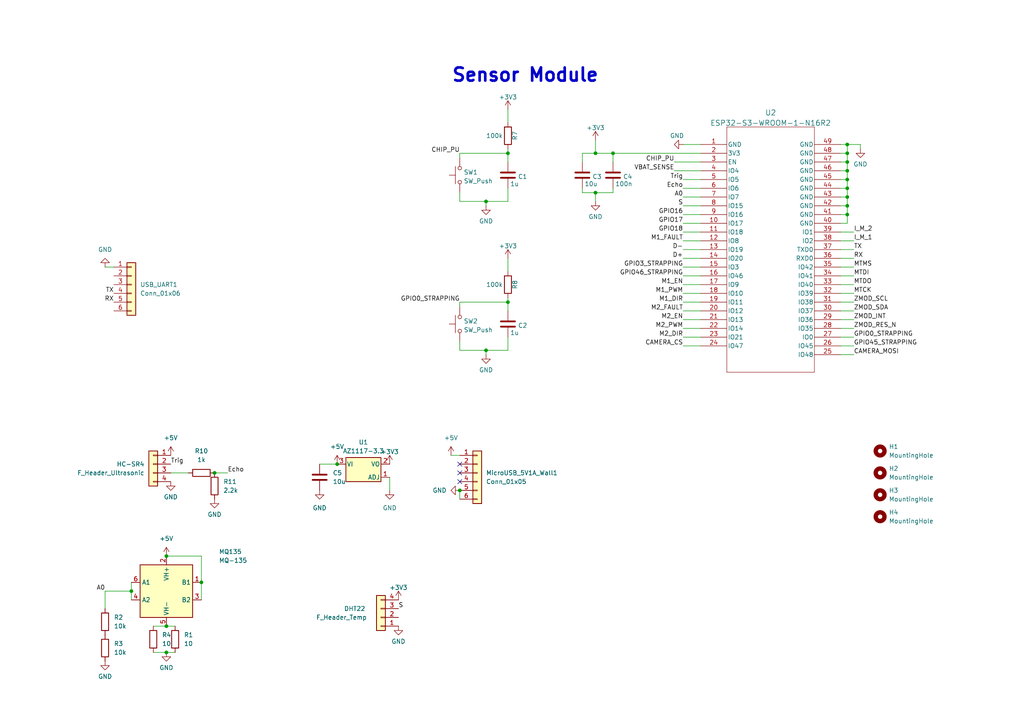
<source format=kicad_sch>
(kicad_sch (version 20230121) (generator eeschema)
  (paper "A4")
  (lib_symbols
    (symbol "Connector_Generic:Conn_01x04" (pin_names (offset 1.016) hide)
      (property "Reference" "J" (at 0 5.08 0))
      (property "Value" "Conn_01x04" (at 0 -7.62 0))
      (symbol "Conn_01x04_1_1"
        (rectangle (start -1.27 -4.953) (end 0 -5.207) (stroke (width 0.1524)))
        (rectangle (start -1.27 -2.413) (end 0 -2.667) (stroke (width 0.1524)))
        (rectangle (start -1.27 0.127) (end 0 -0.127) (stroke (width 0.1524)))
        (rectangle (start -1.27 2.667) (end 0 2.413) (stroke (width 0.1524)))
        (rectangle (start -1.27 3.81) (end 1.27 -6.35) (stroke (width 0.254)) (fill (type background)))
        (pin passive line (at -5.08 2.54 0) (length 3.81) (name "Pin_1") (number "1"))
        (pin passive line (at -5.08 0 0) (length 3.81) (name "Pin_2") (number "2"))
        (pin passive line (at -5.08 -2.54 0) (length 3.81) (name "Pin_3") (number "3"))
        (pin passive line (at -5.08 -5.08 0) (length 3.81) (name "Pin_4") (number "4"))
      )
    )
    (symbol "Connector_Generic:Conn_01x06" (pin_names (offset 1.016) hide)
      (property "Reference" "J" (at 0 7.62 0))
      (property "Value" "Conn_01x06" (at 0 -10.16 0))
      (symbol "Conn_01x06_1_1"
        (rectangle (start -1.27 -7.493) (end 0 -7.747) (stroke (width 0.1524)))
        (rectangle (start -1.27 -4.953) (end 0 -5.207) (stroke (width 0.1524)))
        (rectangle (start -1.27 -2.413) (end 0 -2.667) (stroke (width 0.1524)))
        (rectangle (start -1.27 0.127) (end 0 -0.127) (stroke (width 0.1524)))
        (rectangle (start -1.27 2.667) (end 0 2.413) (stroke (width 0.1524)))
        (rectangle (start -1.27 5.207) (end 0 4.953) (stroke (width 0.1524)))
        (rectangle (start -1.27 6.35) (end 1.27 -8.89) (stroke (width 0.254)) (fill (type background)))
        (pin passive line (at -5.08 5.08 0) (length 3.81) (name "Pin_1") (number "1"))
        (pin passive line (at -5.08 2.54 0) (length 3.81) (name "Pin_2") (number "2"))
        (pin passive line (at -5.08 0 0) (length 3.81) (name "Pin_3") (number "3"))
        (pin passive line (at -5.08 -2.54 0) (length 3.81) (name "Pin_4") (number "4"))
        (pin passive line (at -5.08 -5.08 0) (length 3.81) (name "Pin_5") (number "5"))
        (pin passive line (at -5.08 -7.62 0) (length 3.81) (name "Pin_6") (number "6"))
      )
    )
    (symbol "Device:C" (pin_numbers hide) (pin_names (offset 0.254))
      (property "Reference" "C" (at 0.635 2.54 0))
      (property "Value" "C" (at 0.635 -2.54 0))
      (symbol "C_0_1"
        (polyline (pts (xy -2.032 -0.762) (xy 2.032 -0.762)) (stroke (width 0.508)))
        (polyline (pts (xy -2.032 0.762) (xy 2.032 0.762)) (stroke (width 0.508)))
      )
      (symbol "C_1_1"
        (pin passive line (at 0 3.81 270) (length 2.794) (name "~") (number "1"))
        (pin passive line (at 0 -3.81 90) (length 2.794) (name "~") (number "2"))
      )
    )
    (symbol "Device:R" (pin_numbers hide) (pin_names (offset 0))
      (property "Reference" "R" (at 2.032 0 90))
      (property "Value" "R" (at 0 0 90))
      (symbol "R_0_1"
        (rectangle (start -1.016 -2.54) (end 1.016 2.54) (stroke (width 0.254)))
      )
      (symbol "R_1_1"
        (pin passive line (at 0 3.81 270) (length 1.27) (name "~") (number "1"))
        (pin passive line (at 0 -3.81 90) (length 1.27) (name "~") (number "2"))
      )
    )
    (symbol "GND_1" (power) (pin_names (offset 0))
      (property "Value" "GND_1" (at 0 -3.81 0))
      (symbol "GND_1_0_1"
        (polyline (pts (xy 0 0) (xy 0 -1.27) (xy 1.27 -1.27) (xy 0 -2.54) (xy -1.27 -1.27) (xy 0 -1.27)))
      )
      (symbol "GND_1_1_1"
        (pin power_in line (at 0 0 270) (length 0) hide (name "GND") (number "1"))
      )
    )
    (symbol "GND_2" (power) (pin_names (offset 0))
      (property "Value" "GND_2" (at 0 -3.81 0))
      (symbol "GND_2_0_1"
        (polyline (pts (xy 0 0) (xy 0 -1.27) (xy 1.27 -1.27) (xy 0 -2.54) (xy -1.27 -1.27) (xy 0 -1.27)))
      )
      (symbol "GND_2_1_1"
        (pin power_in line (at 0 0 270) (length 0) hide (name "GND") (number "1"))
      )
    )
    (symbol "Mechanical:MountingHole" (pin_names (offset 1.016))
      (property "Reference" "H" (at 0 5.08 0))
      (property "Value" "MountingHole" (at 0 3.175 0))
      (symbol "MountingHole_0_1"
        (circle (center 0 0) (radius 1.27) (stroke (width 1.27)))
      )
    )
    (symbol "Regulator_Linear:AZ1117-3.3" (pin_names (offset 0.254))
      (property "Reference" "U1" (at 0 6.35 0))
      (property "Value" "AZ1117-3.3" (at 0 3.81 0))
      (symbol "AZ1117-3.3_0_1"
        (rectangle (start -5.08 1.905) (end 5.08 -5.08) (stroke (width 0.254)) (fill (type background)))
      )
      (symbol "AZ1117-3.3_1_1"
        (pin power_out line (at 7.62 -3.81 180) (length 2.54) (name "ADJ") (number "1"))
        (pin power_out line (at 7.62 0 180) (length 2.54) (name "VO") (number "2"))
        (pin power_in line (at -7.62 0 0) (length 2.54) (name "VI") (number "3"))
      )
    )
    (symbol "Sensor_Gas:MQ-6"
      (property "Reference" "U" (at -6.35 8.89 0))
      (property "Value" "MQ-6" (at 3.81 8.89 0))
      (symbol "MQ-6_0_1"
        (rectangle (start -7.62 7.62) (end 7.62 -7.62) (stroke (width 0.254)) (fill (type background)))
      )
      (symbol "MQ-6_1_1"
        (pin passive line (at 10.16 2.54 180) (length 2.54) (name "B1") (number "1"))
        (pin power_in line (at 0 10.16 270) (length 2.54) (name "VH+") (number "2"))
        (pin passive line (at 10.16 -2.54 180) (length 2.54) (name "B2") (number "3"))
        (pin passive line (at -10.16 -2.54 0) (length 2.54) (name "A2") (number "4"))
        (pin power_in line (at 0 -10.16 90) (length 2.54) (name "VH-") (number "5"))
        (pin passive line (at -10.16 2.54 0) (length 2.54) (name "A1") (number "6"))
      )
    )
    (symbol "Switch:SW_Push" (pin_numbers hide) (pin_names (offset 1.016) hide)
      (property "Reference" "SW" (at 1.27 2.54 0))
      (property "Value" "SW_Push" (at 0 -1.524 0))
      (symbol "SW_Push_0_1"
        (circle (center -2.032 0) (radius 0.508))
        (polyline (pts (xy 0 1.27) (xy 0 3.048)))
        (polyline (pts (xy 2.54 1.27) (xy -2.54 1.27)))
        (circle (center 2.032 0) (radius 0.508))
        (pin passive line (at -5.08 0 0) (length 2.54) (name "1") (number "1"))
        (pin passive line (at 5.08 0 180) (length 2.54) (name "2") (number "2"))
      )
    )
    (symbol "basic:C" (pin_numbers hide) (pin_names (offset 0.254))
      (property "Reference" "C" (at 0.635 2.54 0))
      (symbol "C_0_1"
        (polyline (pts (xy -2.032 -0.762) (xy 2.032 -0.762)) (stroke (width 0.508)))
        (polyline (pts (xy -2.032 0.762) (xy 2.032 0.762)) (stroke (width 0.508)))
      )
      (symbol "C_1_1"
        (pin passive line (at 0 3.81 270) (length 2.794) (name "~") (number "1"))
        (pin passive line (at 0 -3.81 90) (length 2.794) (name "~") (number "2"))
      )
    )
    (symbol "basic:R" (pin_numbers hide) (pin_names (offset 0))
      (property "Value" "R" (at 0 0 90))
      (symbol "R_0_1"
        (rectangle (start -1.016 -2.54) (end 1.016 2.54) (stroke (width 0.254)))
      )
      (symbol "R_1_1"
        (pin passive line (at 0 3.81 270) (length 1.27) (name "~") (number "1"))
        (pin passive line (at 0 -3.81 90) (length 1.27) (name "~") (number "2"))
      )
    )
    (symbol "local_symbols:ESP32-S3-WROOM-1-N16R2" (pin_names (offset 0.254))
      (property "Reference" "U" (at 20.32 10.16 0))
      (property "Value" "ESP32-S3-WROOM-1-N16R2" (at 20.32 7.62 0))
      (symbol "ESP32-S3-WROOM-1-N16R2_0_1"
        (polyline (pts (xy 7.62 -66.04) (xy 33.02 -66.04)) (stroke (width 0.127)))
        (polyline (pts (xy 7.62 5.08) (xy 7.62 -66.04)) (stroke (width 0.127)))
        (polyline (pts (xy 33.02 -66.04) (xy 33.02 5.08)) (stroke (width 0.127)))
        (polyline (pts (xy 33.02 5.08) (xy 7.62 5.08)) (stroke (width 0.127)))
        (pin power_out line (at 0 0 0) (length 7.62) (name "GND") (number "1"))
        (pin bidirectional line (at 0 -22.86 0) (length 7.62) (name "IO17") (number "10"))
        (pin bidirectional line (at 0 -25.4 0) (length 7.62) (name "IO18") (number "11"))
        (pin bidirectional line (at 0 -27.94 0) (length 7.62) (name "IO8") (number "12"))
        (pin bidirectional line (at 0 -30.48 0) (length 7.62) (name "IO19") (number "13"))
        (pin bidirectional line (at 0 -33.02 0) (length 7.62) (name "IO20") (number "14"))
        (pin bidirectional line (at 0 -35.56 0) (length 7.62) (name "IO3") (number "15"))
        (pin bidirectional line (at 0 -38.1 0) (length 7.62) (name "IO46") (number "16"))
        (pin bidirectional line (at 0 -40.64 0) (length 7.62) (name "IO9") (number "17"))
        (pin bidirectional line (at 0 -43.18 0) (length 7.62) (name "IO10") (number "18"))
        (pin bidirectional line (at 0 -45.72 0) (length 7.62) (name "IO11") (number "19"))
        (pin power_in line (at 0 -2.54 0) (length 7.62) (name "3V3") (number "2"))
        (pin bidirectional line (at 0 -48.26 0) (length 7.62) (name "IO12") (number "20"))
        (pin bidirectional line (at 0 -50.8 0) (length 7.62) (name "IO13") (number "21"))
        (pin bidirectional line (at 0 -53.34 0) (length 7.62) (name "IO14") (number "22"))
        (pin bidirectional line (at 0 -55.88 0) (length 7.62) (name "IO21") (number "23"))
        (pin bidirectional line (at 0 -58.42 0) (length 7.62) (name "IO47") (number "24"))
        (pin bidirectional line (at 40.64 -60.96 180) (length 7.62) (name "IO48") (number "25"))
        (pin bidirectional line (at 40.64 -58.42 180) (length 7.62) (name "IO45") (number "26"))
        (pin bidirectional line (at 40.64 -55.88 180) (length 7.62) (name "IO0") (number "27"))
        (pin bidirectional line (at 40.64 -53.34 180) (length 7.62) (name "IO35") (number "28"))
        (pin bidirectional line (at 40.64 -50.8 180) (length 7.62) (name "IO36") (number "29"))
        (pin input line (at 0 -5.08 0) (length 7.62) (name "EN") (number "3"))
        (pin bidirectional line (at 40.64 -48.26 180) (length 7.62) (name "IO37") (number "30"))
        (pin bidirectional line (at 40.64 -45.72 180) (length 7.62) (name "IO38") (number "31"))
        (pin bidirectional line (at 40.64 -43.18 180) (length 7.62) (name "IO39") (number "32"))
        (pin bidirectional line (at 40.64 -40.64 180) (length 7.62) (name "IO40") (number "33"))
        (pin bidirectional line (at 40.64 -38.1 180) (length 7.62) (name "IO41") (number "34"))
        (pin bidirectional line (at 40.64 -35.56 180) (length 7.62) (name "IO42") (number "35"))
        (pin bidirectional line (at 40.64 -33.02 180) (length 7.62) (name "RXD0") (number "36"))
        (pin bidirectional line (at 40.64 -30.48 180) (length 7.62) (name "TXD0") (number "37"))
        (pin bidirectional line (at 40.64 -27.94 180) (length 7.62) (name "IO2") (number "38"))
        (pin bidirectional line (at 40.64 -25.4 180) (length 7.62) (name "IO1") (number "39"))
        (pin bidirectional line (at 0 -7.62 0) (length 7.62) (name "IO4") (number "4"))
        (pin power_out line (at 40.64 -22.86 180) (length 7.62) (name "GND") (number "40"))
        (pin power_out line (at 40.64 -20.32 180) (length 7.62) (name "GND") (number "41"))
        (pin power_out line (at 40.64 -17.78 180) (length 7.62) (name "GND") (number "42"))
        (pin power_out line (at 40.64 -15.24 180) (length 7.62) (name "GND") (number "43"))
        (pin power_out line (at 40.64 -12.7 180) (length 7.62) (name "GND") (number "44"))
        (pin power_out line (at 40.64 -10.16 180) (length 7.62) (name "GND") (number "45"))
        (pin power_out line (at 40.64 -7.62 180) (length 7.62) (name "GND") (number "46"))
        (pin power_out line (at 40.64 -5.08 180) (length 7.62) (name "GND") (number "47"))
        (pin power_out line (at 40.64 -2.54 180) (length 7.62) (name "GND") (number "48"))
        (pin power_out line (at 40.64 0 180) (length 7.62) (name "GND") (number "49"))
        (pin bidirectional line (at 0 -10.16 0) (length 7.62) (name "IO5") (number "5"))
        (pin bidirectional line (at 0 -12.7 0) (length 7.62) (name "IO6") (number "6"))
        (pin bidirectional line (at 0 -15.24 0) (length 7.62) (name "IO7") (number "7"))
        (pin bidirectional line (at 0 -17.78 0) (length 7.62) (name "IO15") (number "8"))
        (pin bidirectional line (at 0 -20.32 0) (length 7.62) (name "IO16") (number "9"))
      )
    )
    (symbol "power:+3V3" (power) (pin_names (offset 0))
      (property "Value" "+3V3" (at 0 3.556 0))
      (symbol "+3V3_0_1"
        (polyline (pts (xy -0.762 1.27) (xy 0 2.54)))
        (polyline (pts (xy 0 0) (xy 0 2.54)))
        (polyline (pts (xy 0 2.54) (xy 0.762 1.27)))
      )
      (symbol "+3V3_1_1"
        (pin power_in line (at 0 0 90) (length 0) hide (name "+3V3") (number "1"))
      )
    )
    (symbol "power:+5V" (power) (pin_names (offset 0))
      (property "Value" "+5V" (at 0 3.556 0))
      (symbol "+5V_0_1"
        (polyline (pts (xy -0.762 1.27) (xy 0 2.54)))
        (polyline (pts (xy 0 0) (xy 0 2.54)))
        (polyline (pts (xy 0 2.54) (xy 0.762 1.27)))
      )
      (symbol "+5V_1_1"
        (pin power_in line (at 0 0 90) (length 0) hide (name "+5V") (number "1"))
      )
    )
    (symbol "power:GND" (power) (pin_names (offset 0))
      (property "Value" "GND" (at 0 -3.81 0))
      (symbol "GND_0_1"
        (polyline (pts (xy 0 0) (xy 0 -1.27) (xy 1.27 -1.27) (xy 0 -2.54) (xy -1.27 -1.27) (xy 0 -1.27)))
      )
      (symbol "GND_1_1"
        (pin power_in line (at 0 0 270) (length 0) hide (name "GND") (number "1"))
      )
    )
  )
  (junction (at 245.745 62.23))
  (junction (at 48.26 189.23))
  (junction (at 245.745 59.69))
  (junction (at 245.745 57.15))
  (junction (at 245.745 49.53))
  (junction (at 140.97 58.42))
  (junction (at 172.72 55.88))
  (junction (at 245.745 44.45))
  (junction (at 172.72 44.45))
  (junction (at 245.745 46.99))
  (junction (at 245.745 52.07))
  (junction (at 48.26 161.29))
  (junction (at 58.42 168.91))
  (junction (at 147.32 44.45))
  (junction (at 245.745 54.61))
  (junction (at 147.32 87.63))
  (junction (at 62.23 137.16))
  (junction (at 140.97 101.6))
  (junction (at 177.8 44.45))
  (junction (at 97.79 134.62))
  (junction (at 133.35 142.24))
  (junction (at 245.745 41.91))
  (junction (at 48.26 181.61))
  (junction (at 38.1 171.45))
  (no_connect (at 133.35 134.62))
  (no_connect (at 133.35 139.7))
  (no_connect (at 133.35 137.16))
  (wire (pts (xy 177.8 54.61) (xy 177.8 55.88)))
  (wire (pts (xy 245.745 54.61) (xy 245.745 52.07)))
  (wire (pts (xy 133.35 58.42) (xy 140.97 58.42)))
  (wire (pts (xy 177.8 44.45) (xy 203.2 44.45)))
  (wire (pts (xy 198.12 67.31) (xy 203.2 67.31)))
  (wire (pts (xy 147.32 31.75) (xy 147.32 35.56)))
  (wire (pts (xy 44.45 189.23) (xy 48.26 189.23)))
  (wire (pts (xy 147.32 43.18) (xy 147.32 44.45)))
  (wire (pts (xy 243.84 74.93) (xy 247.65 74.93)))
  (wire (pts (xy 133.35 88.9) (xy 133.35 87.63)))
  (wire (pts (xy 50.8 181.61) (xy 48.26 181.61)))
  (wire (pts (xy 62.23 137.16) (xy 66.04 137.16)))
  (wire (pts (xy 113.03 138.43) (xy 113.03 142.24)))
  (wire (pts (xy 195.58 49.53) (xy 203.2 49.53)))
  (wire (pts (xy 58.42 168.91) (xy 58.42 173.99)))
  (wire (pts (xy 243.84 62.23) (xy 245.745 62.23)))
  (wire (pts (xy 243.84 90.17) (xy 247.65 90.17)))
  (wire (pts (xy 243.84 102.87) (xy 247.65 102.87)))
  (wire (pts (xy 133.35 99.06) (xy 133.35 101.6)))
  (wire (pts (xy 198.12 41.91) (xy 203.2 41.91)))
  (wire (pts (xy 243.84 64.77) (xy 245.745 64.77)))
  (wire (pts (xy 133.35 142.24) (xy 133.35 144.78)))
  (wire (pts (xy 243.84 54.61) (xy 245.745 54.61)))
  (wire (pts (xy 243.84 49.53) (xy 245.745 49.53)))
  (wire (pts (xy 243.84 87.63) (xy 247.65 87.63)))
  (wire (pts (xy 198.12 72.39) (xy 203.2 72.39)))
  (wire (pts (xy 172.72 55.88) (xy 172.72 58.42)))
  (wire (pts (xy 50.8 189.23) (xy 48.26 189.23)))
  (wire (pts (xy 243.84 59.69) (xy 245.745 59.69)))
  (wire (pts (xy 198.12 100.33) (xy 203.2 100.33)))
  (wire (pts (xy 198.12 80.01) (xy 203.2 80.01)))
  (wire (pts (xy 147.32 44.45) (xy 147.32 46.99)))
  (wire (pts (xy 198.12 85.09) (xy 203.2 85.09)))
  (wire (pts (xy 147.32 97.79) (xy 147.32 101.6)))
  (wire (pts (xy 245.745 59.69) (xy 245.745 57.15)))
  (wire (pts (xy 198.12 52.07) (xy 203.2 52.07)))
  (wire (pts (xy 243.84 46.99) (xy 245.745 46.99)))
  (wire (pts (xy 168.91 44.45) (xy 172.72 44.45)))
  (wire (pts (xy 198.12 69.85) (xy 203.2 69.85)))
  (wire (pts (xy 249.555 43.18) (xy 249.555 41.91)))
  (wire (pts (xy 133.35 45.72) (xy 133.35 44.45)))
  (wire (pts (xy 245.745 44.45) (xy 243.84 44.45)))
  (wire (pts (xy 243.84 69.85) (xy 247.65 69.85)))
  (wire (pts (xy 198.12 62.23) (xy 203.2 62.23)))
  (wire (pts (xy 147.32 58.42) (xy 140.97 58.42)))
  (wire (pts (xy 243.84 77.47) (xy 247.65 77.47)))
  (wire (pts (xy 198.12 54.61) (xy 203.2 54.61)))
  (wire (pts (xy 30.48 77.47) (xy 33.02 77.47)))
  (wire (pts (xy 243.84 72.39) (xy 247.65 72.39)))
  (wire (pts (xy 147.32 74.93) (xy 147.32 78.74)))
  (wire (pts (xy 133.35 87.63) (xy 147.32 87.63)))
  (wire (pts (xy 198.12 95.25) (xy 203.2 95.25)))
  (wire (pts (xy 140.97 58.42) (xy 140.97 59.69)))
  (wire (pts (xy 243.84 100.33) (xy 247.65 100.33)))
  (wire (pts (xy 58.42 161.29) (xy 58.42 168.91)))
  (wire (pts (xy 54.61 137.16) (xy 49.53 137.16)))
  (wire (pts (xy 243.84 67.31) (xy 247.65 67.31)))
  (wire (pts (xy 243.84 95.25) (xy 247.65 95.25)))
  (wire (pts (xy 245.745 41.91) (xy 245.745 44.45)))
  (wire (pts (xy 147.32 87.63) (xy 147.32 90.17)))
  (wire (pts (xy 198.12 64.77) (xy 203.2 64.77)))
  (wire (pts (xy 147.32 86.36) (xy 147.32 87.63)))
  (wire (pts (xy 147.32 101.6) (xy 140.97 101.6)))
  (wire (pts (xy 30.48 171.45) (xy 30.48 176.53)))
  (wire (pts (xy 133.35 101.6) (xy 140.97 101.6)))
  (wire (pts (xy 198.12 77.47) (xy 203.2 77.47)))
  (wire (pts (xy 172.72 55.88) (xy 177.8 55.88)))
  (wire (pts (xy 198.12 74.93) (xy 203.2 74.93)))
  (wire (pts (xy 147.32 54.61) (xy 147.32 58.42)))
  (wire (pts (xy 168.91 54.61) (xy 168.91 55.88)))
  (wire (pts (xy 140.97 101.6) (xy 140.97 102.87)))
  (wire (pts (xy 133.35 55.88) (xy 133.35 58.42)))
  (wire (pts (xy 245.745 52.07) (xy 245.745 49.53)))
  (wire (pts (xy 243.84 85.09) (xy 247.65 85.09)))
  (wire (pts (xy 30.48 171.45) (xy 38.1 171.45)))
  (wire (pts (xy 48.26 161.29) (xy 58.42 161.29)))
  (wire (pts (xy 38.1 168.91) (xy 38.1 171.45)))
  (wire (pts (xy 243.84 41.91) (xy 245.745 41.91)))
  (wire (pts (xy 195.58 46.99) (xy 203.2 46.99)))
  (wire (pts (xy 243.84 82.55) (xy 247.65 82.55)))
  (wire (pts (xy 38.1 171.45) (xy 38.1 173.99)))
  (wire (pts (xy 245.745 41.91) (xy 249.555 41.91)))
  (wire (pts (xy 243.84 57.15) (xy 245.745 57.15)))
  (wire (pts (xy 245.745 64.77) (xy 245.745 62.23)))
  (wire (pts (xy 44.45 181.61) (xy 48.26 181.61)))
  (wire (pts (xy 243.84 97.79) (xy 247.65 97.79)))
  (wire (pts (xy 172.72 44.45) (xy 177.8 44.45)))
  (wire (pts (xy 168.91 46.99) (xy 168.91 44.45)))
  (wire (pts (xy 198.12 59.69) (xy 203.2 59.69)))
  (wire (pts (xy 198.12 82.55) (xy 203.2 82.55)))
  (wire (pts (xy 243.84 80.01) (xy 247.65 80.01)))
  (wire (pts (xy 245.745 57.15) (xy 245.745 54.61)))
  (wire (pts (xy 245.745 49.53) (xy 245.745 46.99)))
  (wire (pts (xy 168.91 55.88) (xy 172.72 55.88)))
  (wire (pts (xy 243.84 52.07) (xy 245.745 52.07)))
  (wire (pts (xy 198.12 87.63) (xy 203.2 87.63)))
  (wire (pts (xy 198.12 90.17) (xy 203.2 90.17)))
  (wire (pts (xy 130.81 132.08) (xy 133.35 132.08)))
  (wire (pts (xy 198.12 92.71) (xy 203.2 92.71)))
  (wire (pts (xy 177.8 44.45) (xy 177.8 46.99)))
  (wire (pts (xy 245.745 62.23) (xy 245.745 59.69)))
  (wire (pts (xy 92.71 134.62) (xy 97.79 134.62)))
  (wire (pts (xy 243.84 92.71) (xy 247.65 92.71)))
  (wire (pts (xy 198.12 97.79) (xy 203.2 97.79)))
  (wire (pts (xy 198.12 57.15) (xy 203.2 57.15)))
  (wire (pts (xy 133.35 44.45) (xy 147.32 44.45)))
  (wire (pts (xy 172.72 40.64) (xy 172.72 44.45)))
  (wire (pts (xy 245.745 46.99) (xy 245.745 44.45)))
  (text "Sensor Module\n" (at 130.81 24.13 0) (effects (font (size 3.81 3.81) (thickness 0.762) bold) (justify left bottom)))
  (label "CAMERA_MOSI" (at 247.65 102.87 0))
  (label "Echo" (at 198.12 54.61 180))
  (label "D+" (at 198.12 74.93 180))
  (label "GPIO0_STRAPPING" (at 133.35 87.63 180))
  (label "ZMOD_RES_N" (at 247.65 95.25 0))
  (label "A0" (at 30.48 171.45 180))
  (label "TX" (at 33.02 85.09 180))
  (label "CAMERA_CS" (at 198.12 100.33 180))
  (label "GPIO0_STRAPPING" (at 247.65 97.79 0))
  (label "ZMOD_INT" (at 247.65 92.71 0))
  (label "S" (at 115.57 176.53 0))
  (label "M2_FAULT" (at 198.12 90.17 180))
  (label "ZMOD_SCL" (at 247.65 87.63 0))
  (label "I_M_2" (at 247.65 67.31 0))
  (label "RX" (at 33.02 87.63 180))
  (label "MTMS" (at 247.65 77.47 0))
  (label "M2_DIR" (at 198.12 97.79 180))
  (label "M1_PWM" (at 198.12 85.09 180))
  (label "GPIO18" (at 198.12 67.31 180))
  (label "M2_PWM" (at 198.12 95.25 180))
  (label "TX" (at 247.65 72.39 0))
  (label "Trig" (at 49.53 134.62 0))
  (label "GPIO16" (at 198.12 62.23 180))
  (label "GPIO45_STRAPPING" (at 247.65 100.33 0))
  (label "A0" (at 198.12 57.15 180))
  (label "GPIO17" (at 198.12 64.77 180))
  (label "M1_DIR" (at 198.12 87.63 180))
  (label "MTDI" (at 247.65 80.01 0))
  (label "M1_FAULT" (at 198.12 69.85 180))
  (label "M2_EN" (at 198.12 92.71 180))
  (label "S" (at 198.12 59.69 180))
  (label "Trig" (at 198.12 52.07 180))
  (label "MTDO" (at 247.65 82.55 0))
  (label "Echo" (at 66.04 137.16 0))
  (label "GPIO46_STRAPPING" (at 198.12 80.01 180))
  (label "VBAT_SENSE" (at 195.58 49.53 180))
  (label "I_M_1" (at 247.65 69.85 0))
  (label "M1_EN" (at 198.12 82.55 180))
  (label "GPIO3_STRAPPING" (at 198.12 77.47 180))
  (label "MTCK" (at 247.65 85.09 0))
  (label "RX" (at 247.65 74.93 0))
  (label "D-" (at 198.12 72.39 180))
  (label "CHIP_PU" (at 133.35 44.45 180))
  (label "ZMOD_SDA" (at 247.65 90.17 0))
  (label "CHIP_PU" (at 195.58 46.99 180))
  (symbol (lib_name "GND_1") (lib_id "power:GND") (at 113.03 142.24 0) (unit 1)
    (property "Reference" "#PWR030" (effects hide))
    (property "Value" "GND" (at 113.03 147.32 0))
  )
  (symbol (lib_id "power:+3V3") (at 115.57 173.99 0) (unit 1)
    (property "Reference" "#PWR01" (effects hide))
    (property "Value" "+3V3" (at 115.57 170.4142 0))
  )
  (symbol (lib_id "basic:C") (at 168.91 50.8 0) (unit 1)
    (property "Reference" "C3" (at 171.831 51.2338 0) (effects (justify left)))
    (property "Value" "10u" (at 169.545 53.34 0) (effects (justify left)))
    (property "Footprint" "Capacitor_SMD:C_0805_2012Metric" (effects hide))
  )
  (symbol (lib_id "power:+3V3") (at 172.72 40.64 0) (unit 1)
    (property "Reference" "#PWR08" (effects hide))
    (property "Value" "+3V3" (at 172.72 37.0642 0))
  )
  (symbol (lib_id "local_symbols:ESP32-S3-WROOM-1-N16R2") (at 203.2 41.91 0) (unit 1)
    (property "Reference" "U2" (at 223.52 32.6824 0) (effects (font (size 1.524 1.524))))
    (property "Value" "ESP32-S3-WROOM-1-N16R2" (at 223.52 35.6758 0) (effects (font (size 1.524 1.524))))
    (property "Footprint" "local_footprints:ESP32-S3-WROOM-1_EXP" (effects hide))
    (property "Datasheet" "ESP32-S3-WROOM-1-N16R2" (effects hide))
  )
  (symbol (lib_id "power:GND") (at 249.555 43.18 0) (unit 1)
    (property "Reference" "#PWR011" (effects hide))
    (property "Value" "GND" (at 249.555 47.6234 0))
  )
  (symbol (lib_id "Mechanical:MountingHole") (at 255.27 143.51 0) (unit 1)
    (property "Reference" "H3" (at 257.81 142.24 0) (effects (justify left)))
    (property "Value" "MountingHole" (at 257.81 144.78 0) (effects (justify left)))
    (property "Footprint" "MountingHole:MountingHole_3.2mm_M3" (effects hide))
  )
  (symbol (lib_id "Switch:SW_Push") (at 133.35 50.8 90) (unit 1)
    (property "Reference" "SW1" (at 134.493 49.9653 90) (effects (justify right)))
    (property "Value" "SW_Push" (at 134.493 52.5022 90) (effects (justify right)))
    (property "Footprint" "Button_Switch_THT:SW_PUSH_6mm" (effects hide))
    (property "Datasheet" "https://www.digikey.com/en/products/detail/omron-electronics-inc-emc-div/B3S-1000/20686" (effects hide))
  )
  (symbol (lib_id "Connector_Generic:Conn_01x06") (at 138.43 137.16 0) (unit 1)
    (property "Reference" "MicroUSB_5V1A_Wall1" (at 140.97 137.16 0) (effects (justify left)))
    (property "Value" "Conn_01x05" (at 140.97 139.7 0) (effects (justify left)))
    (property "Footprint" "Connector_USB:USB_Micro-B_Amphenol_10104110_Horizontal" (effects hide))
  )
  (symbol (lib_id "Connector_Generic:Conn_01x06") (at 38.1 82.55 0) (unit 1)
    (property "Reference" "USB_UART1" (at 40.64 82.55 0) (effects (justify left)))
    (property "Value" "Conn_01x06" (at 40.64 85.09 0) (effects (justify left)))
    (property "Footprint" "Connector_PinHeader_2.54mm:PinHeader_1x06_P2.54mm_Vertical" (effects hide))
  )
  (symbol (lib_id "basic:R") (at 147.32 39.37 0) (unit 1)
    (property "Reference" "R7" (at 149.352 39.37 90))
    (property "Value" "100k" (at 140.97 39.37 0) (effects (justify left)))
    (property "Footprint" "Resistor_SMD:R_0805_2012Metric" (effects hide))
  )
  (symbol (lib_id "Regulator_Linear:AZ1117-3.3") (at 105.41 134.62 0) (unit 1)
    (property "Reference" "U1" (at 105.41 128.27 0))
    (property "Value" "AZ1117-3.3" (at 105.41 130.81 0))
    (property "Footprint" "local_footprints:AZ1117C-TO252-2" (effects hide))
    (property "Datasheet" "https://www.diodes.com/assets/Datasheets/AZ1117.pdf" (effects hide))
  )
  (symbol (lib_id "Device:R") (at 30.48 180.34 0) (unit 1)
    (property "Reference" "R2" (at 33.02 179.07 0) (effects (justify left)))
    (property "Value" "10k" (at 33.02 181.61 0) (effects (justify left)))
  )
  (symbol (lib_id "Connector_Generic:Conn_01x04") (at 44.45 134.62 0) (mirror y) (unit 1)
    (property "Reference" "HC-SR4" (at 41.91 134.62 0) (effects (justify left)))
    (property "Value" "F_Header_Ultrasonic" (at 41.91 137.16 0) (effects (justify left)))
    (property "Footprint" "Connector_PinHeader_2.54mm:PinHeader_1x04_P2.54mm_Vertical" (effects hide))
  )
  (symbol (lib_id "Mechanical:MountingHole") (at 255.27 149.86 0) (unit 1)
    (property "Reference" "H4" (at 257.81 148.59 0) (effects (justify left)))
    (property "Value" "MountingHole" (at 257.81 151.13 0) (effects (justify left)))
    (property "Footprint" "MountingHole:MountingHole_3.2mm_M3" (effects hide))
  )
  (symbol (lib_id "power:GND") (at 115.57 181.61 0) (unit 1)
    (property "Reference" "#PWR02" (effects hide))
    (property "Value" "GND" (at 115.57 186.0534 0))
  )
  (symbol (lib_id "power:+3V3") (at 147.32 74.93 0) (unit 1)
    (property "Reference" "#PWR07" (effects hide))
    (property "Value" "+3V3" (at 147.32 71.3542 0))
  )
  (symbol (lib_id "power:GND") (at 49.53 139.7 0) (unit 1)
    (property "Reference" "#PWR015" (effects hide))
    (property "Value" "GND" (at 49.53 144.1434 0))
  )
  (symbol (lib_id "power:GND") (at 198.12 41.91 270) (unit 1)
    (property "Reference" "#PWR010" (effects hide))
    (property "Value" "GND" (at 194.31 39.37 90) (effects (justify left)))
  )
  (symbol (lib_name "GND_2") (lib_id "power:GND") (at 92.71 142.24 0) (unit 1)
    (property "Reference" "#PWR027" (effects hide))
    (property "Value" "GND" (at 92.71 147.32 0))
  )
  (symbol (lib_id "Device:C") (at 92.71 138.43 0) (unit 1)
    (property "Reference" "C5" (at 96.52 137.16 0) (effects (justify left)))
    (property "Value" "10u" (at 96.52 139.7 0) (effects (justify left)))
    (property "Footprint" "Capacitor_SMD:C_0805_2012Metric" (effects hide))
  )
  (symbol (lib_id "power:GND") (at 140.97 59.69 0) (unit 1)
    (property "Reference" "#PWR04" (effects hide))
    (property "Value" "GND" (at 140.97 64.1334 0))
  )
  (symbol (lib_id "Mechanical:MountingHole") (at 255.27 130.81 0) (unit 1)
    (property "Reference" "H1" (at 257.81 129.54 0) (effects (justify left)))
    (property "Value" "MountingHole" (at 257.81 132.08 0) (effects (justify left)))
    (property "Footprint" "MountingHole:MountingHole_3.2mm_M3" (effects hide))
  )
  (symbol (lib_id "Switch:SW_Push") (at 133.35 93.98 90) (unit 1)
    (property "Reference" "SW2" (at 134.493 93.1453 90) (effects (justify right)))
    (property "Value" "SW_Push" (at 134.493 95.6822 90) (effects (justify right)))
    (property "Footprint" "Button_Switch_THT:SW_PUSH_6mm" (effects hide))
    (property "Datasheet" "https://www.digikey.com/en/products/detail/omron-electronics-inc-emc-div/B3S-1000/20686" (effects hide))
  )
  (symbol (lib_id "Device:R") (at 62.23 140.97 0) (unit 1)
    (property "Reference" "R11" (at 64.77 139.7 0) (effects (justify left)))
    (property "Value" "2.2k" (at 64.77 142.24 0) (effects (justify left)))
    (property "Footprint" "Resistor_SMD:R_0805_2012Metric" (effects hide))
  )
  (symbol (lib_id "power:+5V") (at 130.81 132.08 0) (unit 1)
    (property "Reference" "#PWR023" (effects hide))
    (property "Value" "+5V" (at 130.81 127 0))
  )
  (symbol (lib_id "power:GND") (at 48.26 189.23 0) (unit 1)
    (property "Reference" "#PWR012" (effects hide))
    (property "Value" "GND" (at 48.26 193.6734 0))
  )
  (symbol (lib_id "power:GND") (at 133.35 142.24 270) (unit 1)
    (property "Reference" "#PWR022" (effects hide))
    (property "Value" "GND" (at 129.54 142.24 90) (effects (justify right)))
  )
  (symbol (lib_id "power:GND") (at 30.48 77.47 180) (unit 1)
    (property "Reference" "#PWR020" (effects hide))
    (property "Value" "GND" (at 30.48 72.39 0))
  )
  (symbol (lib_id "Connector_Generic:Conn_01x04") (at 110.49 179.07 180) (unit 1)
    (property "Reference" "DHT22" (at 102.87 176.53 0))
    (property "Value" "F_Header_Temp" (at 99.06 179.07 0))
    (property "Footprint" "Connector_PinHeader_2.54mm:PinHeader_1x04_P2.54mm_Vertical" (effects hide))
  )
  (symbol (lib_id "power:+5V") (at 97.79 134.62 0) (unit 1)
    (property "Reference" "#PWR024" (effects hide))
    (property "Value" "+5V" (at 97.79 129.54 0))
  )
  (symbol (lib_id "power:GND") (at 30.48 191.77 0) (unit 1)
    (property "Reference" "#PWR014" (effects hide))
    (property "Value" "GND" (at 30.48 196.2134 0))
  )
  (symbol (lib_id "Mechanical:MountingHole") (at 255.27 137.16 0) (unit 1)
    (property "Reference" "H2" (at 257.81 135.89 0) (effects (justify left)))
    (property "Value" "MountingHole" (at 257.81 138.43 0) (effects (justify left)))
    (property "Footprint" "MountingHole:MountingHole_3.2mm_M3" (effects hide))
  )
  (symbol (lib_id "basic:C") (at 147.32 50.8 0) (unit 1)
    (property "Reference" "C1" (at 150.241 51.2338 0) (effects (justify left)))
    (property "Value" "1u" (at 147.955 53.34 0) (effects (justify left)))
    (property "Footprint" "Capacitor_SMD:C_0805_2012Metric" (effects hide))
  )
  (symbol (lib_id "basic:C") (at 177.8 50.8 0) (unit 1)
    (property "Reference" "C4" (at 180.721 51.2338 0) (effects (justify left)))
    (property "Value" "100n" (at 178.435 53.34 0) (effects (justify left)))
    (property "Footprint" "Capacitor_SMD:C_0805_2012Metric" (effects hide))
  )
  (symbol (lib_id "Device:R") (at 50.8 185.42 0) (unit 1)
    (property "Reference" "R1" (at 53.34 184.15 0) (effects (justify left)))
    (property "Value" "10" (at 53.34 186.69 0) (effects (justify left)))
    (property "Footprint" "Resistor_THT:R_Axial_DIN0207_L6.3mm_D2.5mm_P10.16mm_Horizontal" (effects hide))
  )
  (symbol (lib_id "power:GND") (at 62.23 144.78 0) (unit 1)
    (property "Reference" "#PWR021" (effects hide))
    (property "Value" "GND" (at 62.23 149.2234 0))
  )
  (symbol (lib_id "power:GND") (at 172.72 58.42 0) (unit 1)
    (property "Reference" "#PWR09" (effects hide))
    (property "Value" "GND" (at 172.72 62.8634 0))
  )
  (symbol (lib_id "basic:C") (at 147.32 93.98 0) (unit 1)
    (property "Reference" "C2" (at 150.241 94.4138 0) (effects (justify left)))
    (property "Value" "1u" (at 147.955 96.52 0) (effects (justify left)))
    (property "Footprint" "Capacitor_SMD:C_0805_2012Metric" (effects hide))
  )
  (symbol (lib_id "basic:R") (at 147.32 82.55 0) (unit 1)
    (property "Reference" "R8" (at 149.352 82.55 90))
    (property "Value" "100k" (at 140.97 82.55 0) (effects (justify left)))
    (property "Footprint" "Resistor_SMD:R_0805_2012Metric" (effects hide))
  )
  (symbol (lib_id "Device:R") (at 58.42 137.16 90) (unit 1)
    (property "Reference" "R10" (at 58.42 130.81 90))
    (property "Value" "1k" (at 58.42 133.35 90))
    (property "Footprint" "Resistor_SMD:R_0805_2012Metric" (effects hide))
  )
  (symbol (lib_id "power:+5V") (at 48.26 161.29 0) (unit 1)
    (property "Reference" "#PWR03" (effects hide))
    (property "Value" "+5V" (at 48.26 156.21 0))
  )
  (symbol (lib_id "Device:R") (at 30.48 187.96 0) (unit 1)
    (property "Reference" "R3" (at 33.02 186.69 0) (effects (justify left)))
    (property "Value" "10k" (at 33.02 189.23 0) (effects (justify left)))
  )
  (symbol (lib_id "power:GND") (at 140.97 102.87 0) (unit 1)
    (property "Reference" "#PWR05" (effects hide))
    (property "Value" "GND" (at 140.97 107.3134 0))
  )
  (symbol (lib_id "Sensor_Gas:MQ-6") (at 48.26 171.45 0) (unit 1)
    (property "Reference" "MQ135" (at 63.5 160.02 0) (effects (justify left)))
    (property "Value" "MQ-135" (at 63.5 162.56 0) (effects (justify left)))
    (property "Footprint" "Sensor:MQ-6" (effects hide))
    (property "Datasheet" "https://www.winsen-sensor.com/d/files/semiconductor/mq-6.pdf" (effects hide))
  )
  (symbol (lib_id "power:+5V") (at 49.53 132.08 0) (unit 1)
    (property "Reference" "#PWR013" (effects hide))
    (property "Value" "+5V" (at 49.53 127 0))
  )
  (symbol (lib_id "power:+3V3") (at 113.03 134.62 0) (unit 1)
    (property "Reference" "#PWR025" (effects hide))
    (property "Value" "+3V3" (at 113.03 131.0442 0))
  )
  (symbol (lib_id "power:+3V3") (at 147.32 31.75 0) (unit 1)
    (property "Reference" "#PWR06" (effects hide))
    (property "Value" "+3V3" (at 147.32 28.1742 0))
  )
  (symbol (lib_id "Device:R") (at 44.45 185.42 0) (unit 1)
    (property "Reference" "R4" (at 46.99 184.15 0) (effects (justify left)))
    (property "Value" "10" (at 46.99 186.69 0) (effects (justify left)))
    (property "Footprint" "Resistor_THT:R_Axial_DIN0207_L6.3mm_D2.5mm_P10.16mm_Horizontal" (effects hide))
  )
)
</source>
